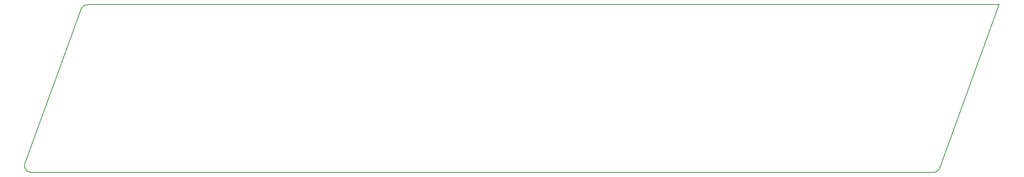
<source format=gbr>
%TF.GenerationSoftware,KiCad,Pcbnew,(5.1.10)-1*%
%TF.CreationDate,2022-02-25T01:57:39-05:00*%
%TF.ProjectId,chunair,6368756e-6169-4722-9e6b-696361645f70,rev?*%
%TF.SameCoordinates,Original*%
%TF.FileFunction,Profile,NP*%
%FSLAX46Y46*%
G04 Gerber Fmt 4.6, Leading zero omitted, Abs format (unit mm)*
G04 Created by KiCad (PCBNEW (5.1.10)-1) date 2022-02-25 01:57:39*
%MOMM*%
%LPD*%
G01*
G04 APERTURE LIST*
%TA.AperFunction,Profile*%
%ADD10C,0.200000*%
%TD*%
G04 APERTURE END LIST*
D10*
X38520917Y-119199684D02*
G75*
G02*
X37111378Y-117186654I0J1500000D01*
G01*
X255608238Y-81588704D02*
X51118284Y-81588704D01*
X242278189Y-118212714D02*
X255608238Y-81588704D01*
X240868650Y-119199684D02*
X38520917Y-119199684D01*
X49708745Y-82575673D02*
X37111378Y-117186654D01*
X242278190Y-118212714D02*
G75*
G02*
X240868650Y-119199684I-1409540J513031D01*
G01*
X49708745Y-82575674D02*
G75*
G02*
X51118284Y-81588704I1409539J-513030D01*
G01*
M02*

</source>
